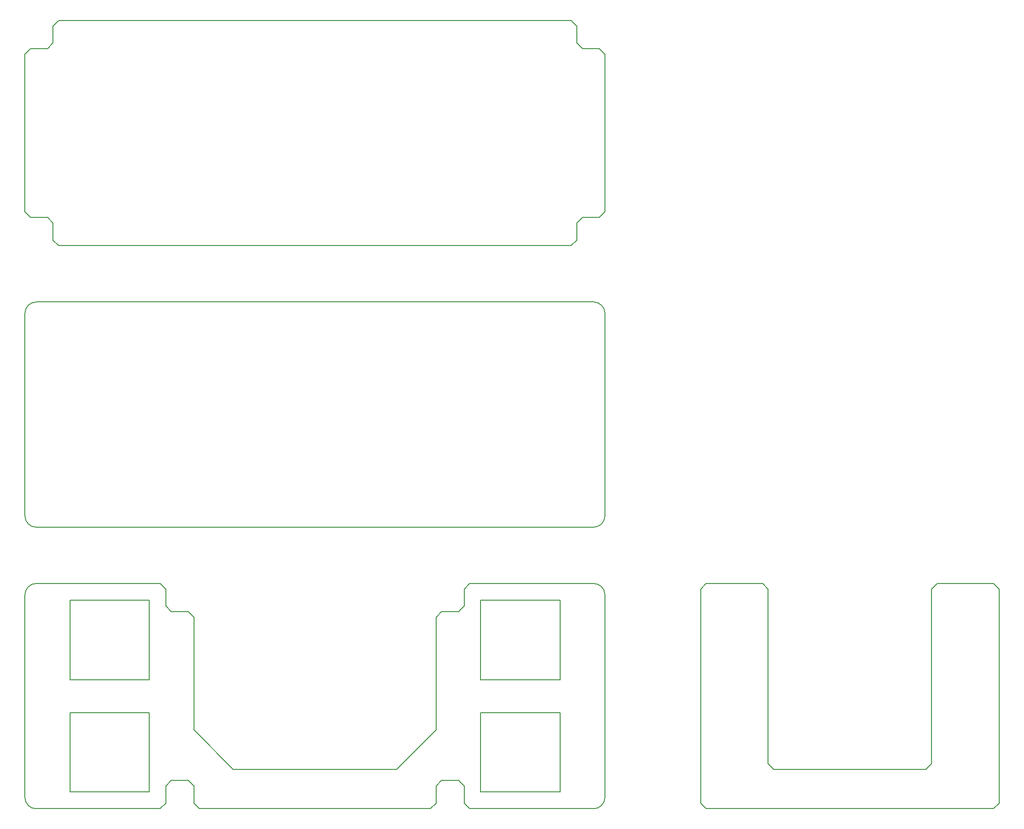
<source format=gbr>
G04 #@! TF.GenerationSoftware,KiCad,Pcbnew,9.0.6*
G04 #@! TF.CreationDate,2025-12-03T23:40:23+09:00*
G04 #@! TF.ProjectId,tps43-ek_Assemble,74707334-332d-4656-9b5f-417373656d62,rev?*
G04 #@! TF.SameCoordinates,Original*
G04 #@! TF.FileFunction,Profile,NP*
%FSLAX46Y46*%
G04 Gerber Fmt 4.6, Leading zero omitted, Abs format (unit mm)*
G04 Created by KiCad (PCBNEW 9.0.6) date 2025-12-03 23:40:23*
%MOMM*%
%LPD*%
G01*
G04 APERTURE LIST*
G04 #@! TA.AperFunction,Profile*
%ADD10C,0.200000*%
G04 #@! TD*
G04 #@! TA.AperFunction,Profile*
%ADD11C,0.150000*%
G04 #@! TD*
G04 APERTURE END LIST*
D10*
X86000000Y-153000000D02*
X93000000Y-146000000D01*
X50000000Y-159000000D02*
X50000000Y-156000000D01*
X20000000Y-26000000D02*
X20000000Y-54000000D01*
X140000000Y-121000000D02*
X140000000Y-159000000D01*
X97000000Y-155000000D02*
X94000000Y-155000000D01*
X20000000Y-72000000D02*
G75*
G02*
X22000000Y-70000000I2000000J0D01*
G01*
X181000000Y-121000000D02*
X182000000Y-120000000D01*
X93000000Y-126000000D02*
X93000000Y-146000000D01*
X21999999Y-159999999D02*
G75*
G02*
X20000001Y-157999999I1J1999999D01*
G01*
X26000000Y-60000000D02*
X117000000Y-60000000D01*
X99000000Y-160000000D02*
X121000000Y-160000000D01*
X193000000Y-159000000D02*
X192000000Y-160000000D01*
X141000000Y-160000000D02*
X192000000Y-160000000D01*
X50000000Y-159000000D02*
X51000000Y-160000000D01*
X49000000Y-155000000D02*
X46000000Y-155000000D01*
X123000000Y-26000000D02*
X123000000Y-54000000D01*
X25000000Y-56000000D02*
X24000000Y-55000000D01*
X22000000Y-110000000D02*
X121000000Y-110000000D01*
X51000000Y-160000000D02*
X92000000Y-160000000D01*
X44000000Y-160000000D02*
X45000000Y-159000000D01*
X118000000Y-59000000D02*
X118000000Y-56000000D01*
X20000000Y-72000000D02*
X20000000Y-108000000D01*
X122000000Y-55000000D02*
X119000000Y-55000000D01*
X45000000Y-124000000D02*
X46000000Y-125000000D01*
X152000000Y-152000000D02*
X153000000Y-153000000D01*
X121000000Y-70000000D02*
G75*
G02*
X123000000Y-72000000I0J-2000000D01*
G01*
X118000000Y-24000000D02*
X119000000Y-25000000D01*
X57000000Y-153000000D02*
X86000000Y-153000000D01*
X98000000Y-159000000D02*
X98000000Y-156000000D01*
X182000000Y-120000000D02*
X192000000Y-120000000D01*
X99000000Y-120000000D02*
X98000000Y-121000000D01*
X153000000Y-153000000D02*
X180000000Y-153000000D01*
X93000000Y-159000000D02*
X93000000Y-156000000D01*
X98000000Y-121000000D02*
X98000000Y-124000000D01*
X25000000Y-59000000D02*
X26000000Y-60000000D01*
X122000000Y-55000000D02*
X123000000Y-54000000D01*
X98000000Y-159000000D02*
X99000000Y-160000000D01*
X97000000Y-155000000D02*
X98000000Y-156000000D01*
X49000000Y-155000000D02*
X50000000Y-156000000D01*
X118000000Y-21000000D02*
X117000000Y-20000000D01*
X50000000Y-146000000D02*
X57000000Y-153000000D01*
X93000000Y-156000000D02*
X94000000Y-155000000D01*
X22000000Y-110000000D02*
G75*
G02*
X20000000Y-108000000I0J2000000D01*
G01*
X181000000Y-121000000D02*
X181000000Y-152000000D01*
X118000000Y-59000000D02*
X117000000Y-60000000D01*
X118000000Y-21000000D02*
X118000000Y-24000000D01*
X193000000Y-121000000D02*
X193000000Y-159000000D01*
X50000000Y-126000000D02*
X50000000Y-146000000D01*
X22000000Y-120000000D02*
X44000000Y-120000000D01*
X141000000Y-120000000D02*
X140000000Y-121000000D01*
X21000000Y-25000000D02*
X20000000Y-26000000D01*
X25000000Y-24000000D02*
X24000000Y-25000000D01*
X192000000Y-120000000D02*
X193000000Y-121000000D01*
X122999999Y-121999999D02*
X122999999Y-157999999D01*
X21000000Y-25000000D02*
X24000000Y-25000000D01*
X97000000Y-125000000D02*
X94000000Y-125000000D01*
X26000000Y-20000000D02*
X117000000Y-20000000D01*
X22000000Y-70000000D02*
X121000000Y-70000000D01*
X19999999Y-121999999D02*
G75*
G02*
X21999999Y-119999999I2000001J-1D01*
G01*
X22000000Y-160000000D02*
X44000000Y-160000000D01*
X123000000Y-72000000D02*
X123000000Y-108000000D01*
X122999999Y-157999999D02*
G75*
G02*
X120999999Y-159999999I-1999999J-1D01*
G01*
X25000000Y-59000000D02*
X25000000Y-56000000D01*
X45000000Y-121000000D02*
X45000000Y-124000000D01*
X120999999Y-119999999D02*
G75*
G02*
X123000001Y-121999999I1J-2000001D01*
G01*
X25000000Y-21000000D02*
X25000000Y-24000000D01*
X49000000Y-125000000D02*
X50000000Y-126000000D01*
X122000000Y-25000000D02*
X123000000Y-26000000D01*
X118000000Y-56000000D02*
X119000000Y-55000000D01*
X141000000Y-120000000D02*
X151000000Y-120000000D01*
X92000000Y-160000000D02*
X93000000Y-159000000D01*
X46000000Y-125000000D02*
X49000000Y-125000000D01*
X44000000Y-120000000D02*
X45000000Y-121000000D01*
X180000000Y-153000000D02*
X181000000Y-152000000D01*
X45000000Y-156000000D02*
X46000000Y-155000000D01*
X21000000Y-55000000D02*
X24000000Y-55000000D01*
X123000000Y-108000000D02*
G75*
G02*
X121000000Y-110000000I-2000000J0D01*
G01*
X122000000Y-25000000D02*
X119000000Y-25000000D01*
X19999999Y-121999999D02*
X19999999Y-157999999D01*
X94000000Y-125000000D02*
X93000000Y-126000000D01*
X151000000Y-120000000D02*
X152000000Y-121000000D01*
X98000000Y-124000000D02*
X97000000Y-125000000D01*
X25000000Y-21000000D02*
X26000000Y-20000000D01*
X45000000Y-159000000D02*
X45000000Y-156000000D01*
X99000000Y-120000000D02*
X121000000Y-120000000D01*
X152000000Y-121000000D02*
X152000000Y-152000000D01*
X140000000Y-159000000D02*
X141000000Y-160000000D01*
X21000000Y-55000000D02*
X20000000Y-54000000D01*
D11*
X100925000Y-122975000D02*
X115025000Y-122975000D01*
X100925000Y-137075000D02*
X100925000Y-122975000D01*
X115025000Y-122975000D02*
X115025000Y-137075000D01*
X115025000Y-137075000D02*
X100925000Y-137075000D01*
X27975000Y-142925000D02*
X42075000Y-142925000D01*
X27975000Y-157025000D02*
X27975000Y-142925000D01*
X42075000Y-142925000D02*
X42075000Y-157025000D01*
X42075000Y-157025000D02*
X27975000Y-157025000D01*
X100925000Y-142925000D02*
X115025000Y-142925000D01*
X100925000Y-157025000D02*
X100925000Y-142925000D01*
X115025000Y-142925000D02*
X115025000Y-157025000D01*
X115025000Y-157025000D02*
X100925000Y-157025000D01*
X27975000Y-122975000D02*
X42075000Y-122975000D01*
X27975000Y-137075000D02*
X27975000Y-122975000D01*
X42075000Y-122975000D02*
X42075000Y-137075000D01*
X42075000Y-137075000D02*
X27975000Y-137075000D01*
M02*

</source>
